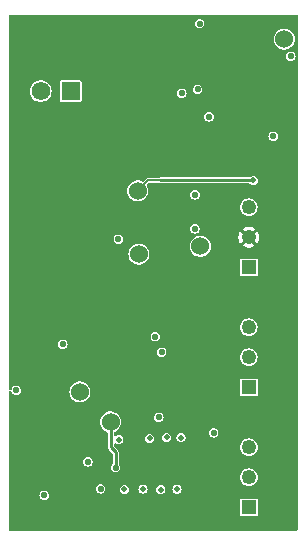
<source format=gbr>
%TF.GenerationSoftware,KiCad,Pcbnew,7.0.7*%
%TF.CreationDate,2023-10-04T23:23:26-04:00*%
%TF.ProjectId,AcousticsSingleChannel,41636f75-7374-4696-9373-53696e676c65,rev?*%
%TF.SameCoordinates,Original*%
%TF.FileFunction,Copper,L4,Bot*%
%TF.FilePolarity,Positive*%
%FSLAX46Y46*%
G04 Gerber Fmt 4.6, Leading zero omitted, Abs format (unit mm)*
G04 Created by KiCad (PCBNEW 7.0.7) date 2023-10-04 23:23:26*
%MOMM*%
%LPD*%
G01*
G04 APERTURE LIST*
%TA.AperFunction,ComponentPad*%
%ADD10C,1.524000*%
%TD*%
%TA.AperFunction,ComponentPad*%
%ADD11R,1.250000X1.250000*%
%TD*%
%TA.AperFunction,ComponentPad*%
%ADD12C,1.250000*%
%TD*%
%TA.AperFunction,ComponentPad*%
%ADD13R,1.570000X1.570000*%
%TD*%
%TA.AperFunction,ComponentPad*%
%ADD14C,1.570000*%
%TD*%
%TA.AperFunction,ViaPad*%
%ADD15C,0.550000*%
%TD*%
%TA.AperFunction,ViaPad*%
%ADD16C,0.762000*%
%TD*%
%TA.AperFunction,ViaPad*%
%ADD17C,0.508000*%
%TD*%
%TA.AperFunction,Conductor*%
%ADD18C,0.127000*%
%TD*%
%TA.AperFunction,Conductor*%
%ADD19C,0.254000*%
%TD*%
G04 APERTURE END LIST*
D10*
%TO.P,,7*%
%TO.N,/Band Pass Filter/F1_Out*%
X147104060Y-93902005D03*
%TD*%
D11*
%TO.P,J3,1,1*%
%TO.N,GND*%
X156497060Y-100379005D03*
D12*
%TO.P,J3,2,2*%
%TO.N,VCC*%
X156497060Y-97839005D03*
%TO.P,J3,3,3*%
%TO.N,AGND*%
X156497060Y-95299005D03*
%TD*%
D10*
%TO.P,,7*%
%TO.N,/BufferBiasAmp/BBA_OUT*%
X159495850Y-81065985D03*
%TD*%
%TO.P,,7*%
%TO.N,/Band Pass Filter/F2_Out*%
X147193130Y-99264135D03*
%TD*%
%TO.P,,7*%
%TO.N,/OutputAmplifier/Amp_Out*%
X142198850Y-110921425D03*
%TD*%
%TO.P,,7*%
%TO.N,/Band Pass Filter/BPF_OUT*%
X144809960Y-113461855D03*
%TD*%
D11*
%TO.P,J1,1,1*%
%TO.N,/OutputAmplifier/G0_out*%
X156497060Y-110539005D03*
D12*
%TO.P,J1,2,2*%
%TO.N,/OutputAmplifier/G1_out*%
X156497060Y-107999005D03*
%TO.P,J1,3,3*%
%TO.N,/OutputAmplifier/G2_out*%
X156497060Y-105459005D03*
%TD*%
D11*
%TO.P,J2,1,1*%
%TO.N,Net-(J2-Pad1)*%
X156502060Y-120699005D03*
D12*
%TO.P,J2,2,2*%
%TO.N,Net-(U4-CLK)*%
X156502060Y-118159005D03*
%TO.P,J2,3,3*%
%TO.N,Net-(U4-~{CS})*%
X156502060Y-115619005D03*
%TD*%
D13*
%TO.P,J8,1,1*%
%TO.N,GND*%
X141424670Y-85460765D03*
D14*
%TO.P,J8,2,2*%
%TO.N,/BufferBiasAmp/BBA_IN*%
X138884670Y-85460765D03*
%TD*%
D10*
%TO.P,,7*%
%TO.N,/Band Pass Filter/F3_Out*%
X152396430Y-98598235D03*
%TD*%
D15*
%TO.N,VCC*%
X138767240Y-105543095D03*
X160193940Y-90128805D03*
D16*
X141389060Y-117164605D03*
D15*
X154978060Y-106983005D03*
X151644030Y-87656185D03*
X147801310Y-107528845D03*
X152364830Y-117284755D03*
%TO.N,GND*%
X139167562Y-119683005D03*
X149122260Y-107552225D03*
X151944900Y-94238165D03*
X136817060Y-110793005D03*
X152163480Y-85307565D03*
X153525920Y-114393665D03*
X140754060Y-106881405D03*
X160046970Y-82498885D03*
X143949930Y-119125595D03*
D17*
%TO.N,AGND*%
X149557140Y-114758175D03*
D15*
X152335320Y-79738225D03*
X150826680Y-85621885D03*
D17*
X150764750Y-114783685D03*
X150418210Y-119157205D03*
D15*
X153133430Y-87638015D03*
X148585470Y-106241905D03*
D17*
X147541970Y-119149485D03*
X149051900Y-119185215D03*
D15*
X145455910Y-97988195D03*
X142865160Y-116835605D03*
D17*
X148116120Y-114840215D03*
X145497310Y-114958245D03*
X145951630Y-119158415D03*
D15*
X148882060Y-113079005D03*
X151931090Y-97107595D03*
X158568490Y-89270005D03*
D17*
%TO.N,/Band Pass Filter/F1_Out*%
X156883060Y-93013005D03*
D15*
%TO.N,/Band Pass Filter/BPF_OUT*%
X145217250Y-117332995D03*
%TD*%
D18*
%TO.N,/Band Pass Filter/F1_Out*%
X147993060Y-93013005D02*
X149009060Y-93013005D01*
D19*
X156883060Y-93013005D02*
X149009060Y-93013005D01*
D18*
X147104060Y-93902005D02*
X147993060Y-93013005D01*
D19*
%TO.N,/Band Pass Filter/BPF_OUT*%
X145217250Y-117332995D02*
X145217250Y-116016115D01*
X144809960Y-115608825D02*
X145217250Y-116016115D01*
X144809960Y-115608825D02*
X144809960Y-113461855D01*
%TD*%
%TA.AperFunction,Conductor*%
%TO.N,VCC*%
G36*
X160636099Y-79009190D02*
G01*
X160681854Y-79061994D01*
X160693060Y-79113505D01*
X160693060Y-82429604D01*
X160673375Y-82496643D01*
X160669182Y-82500275D01*
X160692037Y-82552272D01*
X160693060Y-82568165D01*
X160693060Y-122533505D01*
X160673375Y-122600544D01*
X160620571Y-122646299D01*
X160569060Y-122657505D01*
X136306060Y-122657505D01*
X136239021Y-122637820D01*
X136193266Y-122585016D01*
X136182060Y-122533505D01*
X136182060Y-121336563D01*
X155749560Y-121336563D01*
X155756958Y-121373754D01*
X155785137Y-121415927D01*
X155827310Y-121444106D01*
X155827312Y-121444107D01*
X155855265Y-121449667D01*
X155864501Y-121451505D01*
X155864502Y-121451505D01*
X157139619Y-121451505D01*
X157147017Y-121450033D01*
X157176808Y-121444107D01*
X157218982Y-121415927D01*
X157247162Y-121373753D01*
X157254560Y-121336563D01*
X157254560Y-120061447D01*
X157247162Y-120024257D01*
X157247161Y-120024255D01*
X157218982Y-119982082D01*
X157176809Y-119953903D01*
X157139619Y-119946505D01*
X157139618Y-119946505D01*
X155864502Y-119946505D01*
X155864501Y-119946505D01*
X155827310Y-119953903D01*
X155785137Y-119982082D01*
X155756958Y-120024255D01*
X155749560Y-120061446D01*
X155749560Y-121336563D01*
X136182060Y-121336563D01*
X136182060Y-119683008D01*
X138760045Y-119683008D01*
X138779988Y-119808931D01*
X138837875Y-119922539D01*
X138928027Y-120012691D01*
X138928029Y-120012692D01*
X138928030Y-120012693D01*
X139041632Y-120070577D01*
X139041633Y-120070577D01*
X139041635Y-120070578D01*
X139167559Y-120090522D01*
X139167562Y-120090522D01*
X139167565Y-120090522D01*
X139293488Y-120070578D01*
X139293489Y-120070577D01*
X139293492Y-120070577D01*
X139407094Y-120012693D01*
X139497250Y-119922537D01*
X139555134Y-119808935D01*
X139575079Y-119683005D01*
X139575079Y-119683001D01*
X139555135Y-119557078D01*
X139555134Y-119557076D01*
X139555134Y-119557075D01*
X139497250Y-119443473D01*
X139497249Y-119443472D01*
X139497248Y-119443470D01*
X139407096Y-119353318D01*
X139293488Y-119295431D01*
X139167565Y-119275488D01*
X139167559Y-119275488D01*
X139041635Y-119295431D01*
X138928027Y-119353318D01*
X138837875Y-119443470D01*
X138779988Y-119557078D01*
X138760045Y-119683001D01*
X138760045Y-119683008D01*
X136182060Y-119683008D01*
X136182060Y-119125598D01*
X143542413Y-119125598D01*
X143562356Y-119251521D01*
X143620243Y-119365129D01*
X143710395Y-119455281D01*
X143710397Y-119455282D01*
X143710398Y-119455283D01*
X143824000Y-119513167D01*
X143824001Y-119513167D01*
X143824003Y-119513168D01*
X143949927Y-119533112D01*
X143949930Y-119533112D01*
X143949933Y-119533112D01*
X144075856Y-119513168D01*
X144075857Y-119513167D01*
X144075860Y-119513167D01*
X144189462Y-119455283D01*
X144279618Y-119365127D01*
X144337502Y-119251525D01*
X144348004Y-119185217D01*
X144352249Y-119158417D01*
X145565375Y-119158417D01*
X145584278Y-119277771D01*
X145639141Y-119385448D01*
X145724596Y-119470903D01*
X145832273Y-119525766D01*
X145951628Y-119544670D01*
X145951630Y-119544670D01*
X145951632Y-119544670D01*
X146070986Y-119525766D01*
X146070987Y-119525765D01*
X146070989Y-119525765D01*
X146178665Y-119470902D01*
X146264117Y-119385450D01*
X146318980Y-119277774D01*
X146318980Y-119277772D01*
X146318981Y-119277771D01*
X146337885Y-119158417D01*
X146337885Y-119158412D01*
X146336471Y-119149487D01*
X147155715Y-119149487D01*
X147174618Y-119268841D01*
X147229481Y-119376518D01*
X147314936Y-119461973D01*
X147422613Y-119516836D01*
X147541968Y-119535740D01*
X147541970Y-119535740D01*
X147541972Y-119535740D01*
X147661326Y-119516836D01*
X147661327Y-119516835D01*
X147661329Y-119516835D01*
X147769005Y-119461972D01*
X147854457Y-119376520D01*
X147909320Y-119268844D01*
X147909320Y-119268842D01*
X147909321Y-119268841D01*
X147922566Y-119185217D01*
X148665645Y-119185217D01*
X148684548Y-119304571D01*
X148739411Y-119412248D01*
X148824866Y-119497703D01*
X148932543Y-119552566D01*
X149051898Y-119571470D01*
X149051900Y-119571470D01*
X149051902Y-119571470D01*
X149171256Y-119552566D01*
X149171257Y-119552565D01*
X149171259Y-119552565D01*
X149278935Y-119497702D01*
X149364387Y-119412250D01*
X149419250Y-119304574D01*
X149419250Y-119304572D01*
X149419251Y-119304571D01*
X149438155Y-119185217D01*
X149438155Y-119185212D01*
X149433719Y-119157207D01*
X150031955Y-119157207D01*
X150050858Y-119276561D01*
X150105721Y-119384238D01*
X150191176Y-119469693D01*
X150298853Y-119524556D01*
X150418208Y-119543460D01*
X150418210Y-119543460D01*
X150418212Y-119543460D01*
X150537566Y-119524556D01*
X150537567Y-119524555D01*
X150537569Y-119524555D01*
X150645245Y-119469692D01*
X150730697Y-119384240D01*
X150785560Y-119276564D01*
X150785560Y-119276562D01*
X150785561Y-119276561D01*
X150804465Y-119157207D01*
X150804465Y-119157202D01*
X150785561Y-119037848D01*
X150730698Y-118930171D01*
X150645243Y-118844716D01*
X150537566Y-118789853D01*
X150418212Y-118770950D01*
X150418208Y-118770950D01*
X150298853Y-118789853D01*
X150191176Y-118844716D01*
X150105721Y-118930171D01*
X150050858Y-119037848D01*
X150031955Y-119157202D01*
X150031955Y-119157207D01*
X149433719Y-119157207D01*
X149419251Y-119065858D01*
X149364388Y-118958181D01*
X149278933Y-118872726D01*
X149171256Y-118817863D01*
X149051902Y-118798960D01*
X149051898Y-118798960D01*
X148932543Y-118817863D01*
X148824866Y-118872726D01*
X148739411Y-118958181D01*
X148684548Y-119065858D01*
X148665645Y-119185212D01*
X148665645Y-119185217D01*
X147922566Y-119185217D01*
X147928225Y-119149487D01*
X147928225Y-119149482D01*
X147909321Y-119030128D01*
X147854458Y-118922451D01*
X147769003Y-118836996D01*
X147661326Y-118782133D01*
X147541972Y-118763230D01*
X147541968Y-118763230D01*
X147422613Y-118782133D01*
X147314936Y-118836996D01*
X147229481Y-118922451D01*
X147174618Y-119030128D01*
X147155715Y-119149482D01*
X147155715Y-119149487D01*
X146336471Y-119149487D01*
X146318981Y-119039058D01*
X146318364Y-119037848D01*
X146264117Y-118931380D01*
X146178665Y-118845928D01*
X146178665Y-118845927D01*
X146178663Y-118845926D01*
X146070986Y-118791063D01*
X145951632Y-118772160D01*
X145951628Y-118772160D01*
X145832273Y-118791063D01*
X145724596Y-118845926D01*
X145639141Y-118931381D01*
X145584278Y-119039058D01*
X145565375Y-119158412D01*
X145565375Y-119158417D01*
X144352249Y-119158417D01*
X144357447Y-119125598D01*
X144357447Y-119125591D01*
X144337503Y-118999668D01*
X144337502Y-118999666D01*
X144337502Y-118999665D01*
X144279618Y-118886063D01*
X144279617Y-118886062D01*
X144279616Y-118886060D01*
X144189464Y-118795908D01*
X144075856Y-118738021D01*
X143949933Y-118718078D01*
X143949927Y-118718078D01*
X143824003Y-118738021D01*
X143710395Y-118795908D01*
X143620243Y-118886060D01*
X143562356Y-118999668D01*
X143542413Y-119125591D01*
X143542413Y-119125598D01*
X136182060Y-119125598D01*
X136182060Y-118159008D01*
X155744798Y-118159008D01*
X155763782Y-118327508D01*
X155819790Y-118487568D01*
X155819791Y-118487569D01*
X155910009Y-118631150D01*
X156029915Y-118751056D01*
X156106154Y-118798960D01*
X156173493Y-118841272D01*
X156173496Y-118841274D01*
X156333556Y-118897282D01*
X156502056Y-118916267D01*
X156502060Y-118916267D01*
X156502064Y-118916267D01*
X156670563Y-118897282D01*
X156670565Y-118897281D01*
X156670567Y-118897281D01*
X156830624Y-118841274D01*
X156974205Y-118751056D01*
X157094111Y-118631150D01*
X157184329Y-118487569D01*
X157240336Y-118327512D01*
X157240336Y-118327510D01*
X157240337Y-118327508D01*
X157259322Y-118159008D01*
X157259322Y-118159001D01*
X157240337Y-117990501D01*
X157184329Y-117830441D01*
X157184327Y-117830438D01*
X157115291Y-117720568D01*
X157094111Y-117686860D01*
X156974205Y-117566954D01*
X156830624Y-117476736D01*
X156830625Y-117476736D01*
X156830623Y-117476735D01*
X156670563Y-117420727D01*
X156502064Y-117401743D01*
X156502056Y-117401743D01*
X156333556Y-117420727D01*
X156173496Y-117476735D01*
X156173493Y-117476737D01*
X156029914Y-117566954D01*
X155910009Y-117686859D01*
X155819792Y-117830438D01*
X155819790Y-117830441D01*
X155763782Y-117990501D01*
X155744798Y-118159001D01*
X155744798Y-118159008D01*
X136182060Y-118159008D01*
X136182060Y-116835608D01*
X142457643Y-116835608D01*
X142477586Y-116961531D01*
X142535473Y-117075139D01*
X142625625Y-117165291D01*
X142625627Y-117165292D01*
X142625628Y-117165293D01*
X142739230Y-117223177D01*
X142739231Y-117223177D01*
X142739233Y-117223178D01*
X142865157Y-117243122D01*
X142865160Y-117243122D01*
X142865163Y-117243122D01*
X142991086Y-117223178D01*
X142991087Y-117223177D01*
X142991090Y-117223177D01*
X143104692Y-117165293D01*
X143194848Y-117075137D01*
X143252732Y-116961535D01*
X143272677Y-116835605D01*
X143272677Y-116835601D01*
X143252733Y-116709678D01*
X143252732Y-116709676D01*
X143252732Y-116709675D01*
X143194848Y-116596073D01*
X143194847Y-116596072D01*
X143194846Y-116596070D01*
X143104694Y-116505918D01*
X142991086Y-116448031D01*
X142865163Y-116428088D01*
X142865157Y-116428088D01*
X142739233Y-116448031D01*
X142625625Y-116505918D01*
X142535473Y-116596070D01*
X142477586Y-116709678D01*
X142457643Y-116835601D01*
X142457643Y-116835608D01*
X136182060Y-116835608D01*
X136182060Y-113461855D01*
X143915560Y-113461855D01*
X143935105Y-113647813D01*
X143935106Y-113647815D01*
X143992885Y-113825641D01*
X144086373Y-113987568D01*
X144211490Y-114126524D01*
X144249490Y-114154133D01*
X144362760Y-114236428D01*
X144481898Y-114289471D01*
X144535133Y-114334721D01*
X144555454Y-114401570D01*
X144555460Y-114402750D01*
X144555460Y-115571543D01*
X144553078Y-115595731D01*
X144550474Y-115608824D01*
X144550474Y-115608827D01*
X144570225Y-115708125D01*
X144570225Y-115708126D01*
X144614716Y-115774711D01*
X144614725Y-115774723D01*
X144626473Y-115792306D01*
X144626476Y-115792309D01*
X144637569Y-115799721D01*
X144656359Y-115815142D01*
X144926431Y-116085214D01*
X144959916Y-116146537D01*
X144962750Y-116172895D01*
X144962750Y-116966911D01*
X144943065Y-117033950D01*
X144926433Y-117054590D01*
X144887562Y-117093461D01*
X144887562Y-117093462D01*
X144829677Y-117207065D01*
X144829676Y-117207068D01*
X144809733Y-117332991D01*
X144809733Y-117332998D01*
X144829676Y-117458921D01*
X144887563Y-117572529D01*
X144977715Y-117662681D01*
X144977717Y-117662682D01*
X144977718Y-117662683D01*
X145091320Y-117720567D01*
X145091321Y-117720567D01*
X145091323Y-117720568D01*
X145217247Y-117740512D01*
X145217250Y-117740512D01*
X145217253Y-117740512D01*
X145343176Y-117720568D01*
X145343177Y-117720567D01*
X145343180Y-117720567D01*
X145456782Y-117662683D01*
X145546938Y-117572527D01*
X145604822Y-117458925D01*
X145624767Y-117332995D01*
X145624767Y-117332991D01*
X145604823Y-117207068D01*
X145604822Y-117207066D01*
X145604822Y-117207065D01*
X145546938Y-117093463D01*
X145546937Y-117093462D01*
X145546936Y-117093460D01*
X145508069Y-117054593D01*
X145474584Y-116993270D01*
X145471750Y-116966912D01*
X145471750Y-116053392D01*
X145474133Y-116029199D01*
X145476736Y-116016114D01*
X145476736Y-116016113D01*
X145463101Y-115947569D01*
X145459366Y-115928789D01*
X145458764Y-115922681D01*
X145456984Y-115916812D01*
X145413037Y-115851041D01*
X145413019Y-115851016D01*
X145400735Y-115832633D01*
X145400734Y-115832631D01*
X145400732Y-115832630D01*
X145400731Y-115832628D01*
X145389639Y-115825217D01*
X145370849Y-115809796D01*
X145180062Y-115619008D01*
X155744798Y-115619008D01*
X155763782Y-115787508D01*
X155819790Y-115947568D01*
X155819791Y-115947569D01*
X155910009Y-116091150D01*
X156029915Y-116211056D01*
X156173493Y-116301272D01*
X156173496Y-116301274D01*
X156333556Y-116357282D01*
X156502056Y-116376267D01*
X156502060Y-116376267D01*
X156502064Y-116376267D01*
X156670563Y-116357282D01*
X156670565Y-116357281D01*
X156670567Y-116357281D01*
X156830624Y-116301274D01*
X156974205Y-116211056D01*
X157094111Y-116091150D01*
X157184329Y-115947569D01*
X157240336Y-115787512D01*
X157240336Y-115787510D01*
X157240337Y-115787508D01*
X157259322Y-115619008D01*
X157259322Y-115619001D01*
X157240337Y-115450501D01*
X157184329Y-115290441D01*
X157184327Y-115290438D01*
X157094111Y-115146860D01*
X156974205Y-115026954D01*
X156907767Y-114985208D01*
X156830626Y-114936737D01*
X156830623Y-114936735D01*
X156670563Y-114880727D01*
X156502064Y-114861743D01*
X156502056Y-114861743D01*
X156333556Y-114880727D01*
X156173496Y-114936735D01*
X156173493Y-114936737D01*
X156029914Y-115026954D01*
X155910009Y-115146859D01*
X155819792Y-115290438D01*
X155819790Y-115290441D01*
X155763782Y-115450501D01*
X155744798Y-115619001D01*
X155744798Y-115619008D01*
X145180062Y-115619008D01*
X145100779Y-115539725D01*
X145067294Y-115478402D01*
X145064460Y-115452044D01*
X145064460Y-115364278D01*
X145084145Y-115297239D01*
X145136949Y-115251484D01*
X145206107Y-115241540D01*
X145261160Y-115266682D01*
X145262384Y-115264999D01*
X145270275Y-115270732D01*
X145377953Y-115325596D01*
X145497308Y-115344500D01*
X145497310Y-115344500D01*
X145497312Y-115344500D01*
X145616666Y-115325596D01*
X145616667Y-115325595D01*
X145616669Y-115325595D01*
X145724345Y-115270732D01*
X145809797Y-115185280D01*
X145864660Y-115077604D01*
X145864660Y-115077602D01*
X145864661Y-115077601D01*
X145883565Y-114958247D01*
X145883565Y-114958242D01*
X145864871Y-114840217D01*
X147729865Y-114840217D01*
X147748768Y-114959571D01*
X147803631Y-115067248D01*
X147889086Y-115152703D01*
X147996763Y-115207566D01*
X148116118Y-115226470D01*
X148116120Y-115226470D01*
X148116122Y-115226470D01*
X148235476Y-115207566D01*
X148235477Y-115207565D01*
X148235479Y-115207565D01*
X148343155Y-115152702D01*
X148428607Y-115067250D01*
X148483470Y-114959574D01*
X148483470Y-114959572D01*
X148483471Y-114959571D01*
X148502375Y-114840217D01*
X148502375Y-114840212D01*
X148489382Y-114758177D01*
X149170885Y-114758177D01*
X149189788Y-114877531D01*
X149244651Y-114985208D01*
X149330106Y-115070663D01*
X149437783Y-115125526D01*
X149557138Y-115144430D01*
X149557140Y-115144430D01*
X149557142Y-115144430D01*
X149676496Y-115125526D01*
X149676497Y-115125525D01*
X149676499Y-115125525D01*
X149784175Y-115070662D01*
X149869627Y-114985210D01*
X149924490Y-114877534D01*
X149924490Y-114877532D01*
X149924491Y-114877531D01*
X149939355Y-114783687D01*
X150378495Y-114783687D01*
X150397398Y-114903041D01*
X150452261Y-115010718D01*
X150537716Y-115096173D01*
X150645393Y-115151036D01*
X150764748Y-115169940D01*
X150764750Y-115169940D01*
X150764752Y-115169940D01*
X150884106Y-115151036D01*
X150884107Y-115151035D01*
X150884109Y-115151035D01*
X150991785Y-115096172D01*
X151077237Y-115010720D01*
X151132100Y-114903044D01*
X151132100Y-114903042D01*
X151132101Y-114903041D01*
X151151005Y-114783687D01*
X151151005Y-114783682D01*
X151132101Y-114664328D01*
X151077238Y-114556651D01*
X150991783Y-114471196D01*
X150884106Y-114416333D01*
X150764752Y-114397430D01*
X150764748Y-114397430D01*
X150645393Y-114416333D01*
X150537716Y-114471196D01*
X150452261Y-114556651D01*
X150397398Y-114664328D01*
X150378495Y-114783682D01*
X150378495Y-114783687D01*
X149939355Y-114783687D01*
X149943395Y-114758177D01*
X149943395Y-114758172D01*
X149924491Y-114638818D01*
X149869628Y-114531141D01*
X149784173Y-114445686D01*
X149682080Y-114393668D01*
X153118403Y-114393668D01*
X153138346Y-114519591D01*
X153196233Y-114633199D01*
X153286385Y-114723351D01*
X153286387Y-114723352D01*
X153286388Y-114723353D01*
X153399990Y-114781237D01*
X153399991Y-114781237D01*
X153399993Y-114781238D01*
X153525917Y-114801182D01*
X153525920Y-114801182D01*
X153525923Y-114801182D01*
X153651846Y-114781238D01*
X153651847Y-114781237D01*
X153651850Y-114781237D01*
X153765452Y-114723353D01*
X153855608Y-114633197D01*
X153913492Y-114519595D01*
X153913493Y-114519591D01*
X153933437Y-114393668D01*
X153933437Y-114393661D01*
X153913493Y-114267738D01*
X153913492Y-114267736D01*
X153913492Y-114267735D01*
X153855608Y-114154133D01*
X153855607Y-114154132D01*
X153855606Y-114154130D01*
X153765454Y-114063978D01*
X153651846Y-114006091D01*
X153525923Y-113986148D01*
X153525917Y-113986148D01*
X153399993Y-114006091D01*
X153286385Y-114063978D01*
X153196233Y-114154130D01*
X153138346Y-114267738D01*
X153118403Y-114393661D01*
X153118403Y-114393668D01*
X149682080Y-114393668D01*
X149676496Y-114390823D01*
X149557142Y-114371920D01*
X149557138Y-114371920D01*
X149437783Y-114390823D01*
X149330106Y-114445686D01*
X149244651Y-114531141D01*
X149189788Y-114638818D01*
X149170885Y-114758172D01*
X149170885Y-114758177D01*
X148489382Y-114758177D01*
X148483471Y-114720858D01*
X148428608Y-114613181D01*
X148343153Y-114527726D01*
X148235476Y-114472863D01*
X148116122Y-114453960D01*
X148116118Y-114453960D01*
X147996763Y-114472863D01*
X147889086Y-114527726D01*
X147803631Y-114613181D01*
X147748768Y-114720858D01*
X147729865Y-114840212D01*
X147729865Y-114840217D01*
X145864871Y-114840217D01*
X145864661Y-114838888D01*
X145809798Y-114731211D01*
X145724343Y-114645756D01*
X145616666Y-114590893D01*
X145497312Y-114571990D01*
X145497308Y-114571990D01*
X145377953Y-114590893D01*
X145270275Y-114645757D01*
X145262384Y-114651491D01*
X145260257Y-114648564D01*
X145214818Y-114673377D01*
X145145126Y-114668393D01*
X145089193Y-114626521D01*
X145064776Y-114561057D01*
X145064460Y-114552211D01*
X145064460Y-114402750D01*
X145084145Y-114335711D01*
X145136949Y-114289956D01*
X145137885Y-114289532D01*
X145257160Y-114236428D01*
X145408430Y-114126524D01*
X145533545Y-113987570D01*
X145627035Y-113825640D01*
X145684815Y-113647811D01*
X145704360Y-113461855D01*
X145684815Y-113275899D01*
X145627035Y-113098070D01*
X145616030Y-113079008D01*
X148474543Y-113079008D01*
X148494486Y-113204931D01*
X148552373Y-113318539D01*
X148642525Y-113408691D01*
X148642527Y-113408692D01*
X148642528Y-113408693D01*
X148756130Y-113466577D01*
X148756131Y-113466577D01*
X148756133Y-113466578D01*
X148882057Y-113486522D01*
X148882060Y-113486522D01*
X148882063Y-113486522D01*
X149007986Y-113466578D01*
X149007987Y-113466577D01*
X149007990Y-113466577D01*
X149121592Y-113408693D01*
X149211748Y-113318537D01*
X149269632Y-113204935D01*
X149269633Y-113204931D01*
X149289577Y-113079008D01*
X149289577Y-113079001D01*
X149269633Y-112953078D01*
X149269632Y-112953076D01*
X149269632Y-112953075D01*
X149211748Y-112839473D01*
X149211747Y-112839472D01*
X149211746Y-112839470D01*
X149121594Y-112749318D01*
X149007986Y-112691431D01*
X148882063Y-112671488D01*
X148882057Y-112671488D01*
X148756133Y-112691431D01*
X148642525Y-112749318D01*
X148552373Y-112839470D01*
X148494486Y-112953078D01*
X148474543Y-113079001D01*
X148474543Y-113079008D01*
X145616030Y-113079008D01*
X145616026Y-113079001D01*
X145533546Y-112936141D01*
X145408429Y-112797185D01*
X145257164Y-112687284D01*
X145257161Y-112687282D01*
X145257160Y-112687282D01*
X145211658Y-112667023D01*
X145086350Y-112611231D01*
X145086344Y-112611229D01*
X144942324Y-112580617D01*
X144903450Y-112572355D01*
X144716470Y-112572355D01*
X144684410Y-112579169D01*
X144533575Y-112611229D01*
X144533569Y-112611231D01*
X144362760Y-112687282D01*
X144362755Y-112687284D01*
X144211490Y-112797185D01*
X144086373Y-112936141D01*
X143992885Y-113098068D01*
X143935106Y-113275894D01*
X143935105Y-113275896D01*
X143915560Y-113461855D01*
X136182060Y-113461855D01*
X136182060Y-110932307D01*
X136201745Y-110865268D01*
X136254549Y-110819513D01*
X136323707Y-110809569D01*
X136387263Y-110838594D01*
X136425037Y-110897372D01*
X136428533Y-110912910D01*
X136429486Y-110918931D01*
X136429487Y-110918934D01*
X136429488Y-110918935D01*
X136468077Y-110994669D01*
X136487373Y-111032539D01*
X136577525Y-111122691D01*
X136577527Y-111122692D01*
X136577528Y-111122693D01*
X136691130Y-111180577D01*
X136691131Y-111180577D01*
X136691133Y-111180578D01*
X136817057Y-111200522D01*
X136817060Y-111200522D01*
X136817063Y-111200522D01*
X136942986Y-111180578D01*
X136942987Y-111180577D01*
X136942990Y-111180577D01*
X137056592Y-111122693D01*
X137146748Y-111032537D01*
X137203363Y-110921425D01*
X141304450Y-110921425D01*
X141323995Y-111107383D01*
X141323996Y-111107385D01*
X141381775Y-111285211D01*
X141475263Y-111447138D01*
X141600380Y-111586094D01*
X141751645Y-111695995D01*
X141751646Y-111695995D01*
X141751650Y-111695998D01*
X141853846Y-111741498D01*
X141922459Y-111772048D01*
X141922465Y-111772050D01*
X142105360Y-111810925D01*
X142105361Y-111810925D01*
X142292339Y-111810925D01*
X142292340Y-111810925D01*
X142475235Y-111772050D01*
X142475237Y-111772048D01*
X142475240Y-111772048D01*
X142498351Y-111761757D01*
X142646050Y-111695998D01*
X142797320Y-111586094D01*
X142922435Y-111447140D01*
X143015925Y-111285210D01*
X143051226Y-111176563D01*
X155744560Y-111176563D01*
X155751958Y-111213754D01*
X155780137Y-111255927D01*
X155822310Y-111284106D01*
X155822312Y-111284107D01*
X155850265Y-111289667D01*
X155859501Y-111291505D01*
X155859502Y-111291505D01*
X157134619Y-111291505D01*
X157142017Y-111290033D01*
X157171808Y-111284107D01*
X157213982Y-111255927D01*
X157242162Y-111213753D01*
X157249560Y-111176563D01*
X157249560Y-109901447D01*
X157242162Y-109864257D01*
X157242161Y-109864255D01*
X157213982Y-109822082D01*
X157171809Y-109793903D01*
X157134619Y-109786505D01*
X157134618Y-109786505D01*
X155859502Y-109786505D01*
X155859501Y-109786505D01*
X155822310Y-109793903D01*
X155780137Y-109822082D01*
X155751958Y-109864255D01*
X155744560Y-109901446D01*
X155744560Y-111176563D01*
X143051226Y-111176563D01*
X143073705Y-111107381D01*
X143093250Y-110921425D01*
X143073705Y-110735469D01*
X143015925Y-110557640D01*
X143013519Y-110553473D01*
X142922436Y-110395711D01*
X142797319Y-110256755D01*
X142646054Y-110146854D01*
X142646051Y-110146852D01*
X142646050Y-110146852D01*
X142600548Y-110126593D01*
X142475240Y-110070801D01*
X142475234Y-110070799D01*
X142331214Y-110040187D01*
X142292340Y-110031925D01*
X142105360Y-110031925D01*
X142073300Y-110038739D01*
X141922465Y-110070799D01*
X141922459Y-110070801D01*
X141751650Y-110146852D01*
X141751645Y-110146854D01*
X141600380Y-110256755D01*
X141475263Y-110395711D01*
X141381775Y-110557638D01*
X141323996Y-110735464D01*
X141323995Y-110735466D01*
X141304450Y-110921425D01*
X137203363Y-110921425D01*
X137204632Y-110918935D01*
X137204633Y-110918931D01*
X137224577Y-110793008D01*
X137224577Y-110793001D01*
X137204633Y-110667078D01*
X137204632Y-110667076D01*
X137204632Y-110667075D01*
X137146748Y-110553473D01*
X137146747Y-110553472D01*
X137146746Y-110553470D01*
X137056594Y-110463318D01*
X136942986Y-110405431D01*
X136817063Y-110385488D01*
X136817057Y-110385488D01*
X136691133Y-110405431D01*
X136577525Y-110463318D01*
X136487373Y-110553470D01*
X136429486Y-110667078D01*
X136428533Y-110673100D01*
X136398604Y-110736235D01*
X136339292Y-110773166D01*
X136269429Y-110772168D01*
X136211197Y-110733558D01*
X136183083Y-110669594D01*
X136182060Y-110653702D01*
X136182060Y-107999008D01*
X155739798Y-107999008D01*
X155758782Y-108167508D01*
X155814790Y-108327568D01*
X155814791Y-108327569D01*
X155905009Y-108471150D01*
X156024915Y-108591056D01*
X156168493Y-108681272D01*
X156168496Y-108681274D01*
X156328556Y-108737282D01*
X156497056Y-108756267D01*
X156497060Y-108756267D01*
X156497064Y-108756267D01*
X156665563Y-108737282D01*
X156665565Y-108737281D01*
X156665567Y-108737281D01*
X156825624Y-108681274D01*
X156969205Y-108591056D01*
X157089111Y-108471150D01*
X157179329Y-108327569D01*
X157235336Y-108167512D01*
X157235336Y-108167510D01*
X157235337Y-108167508D01*
X157254322Y-107999008D01*
X157254322Y-107999001D01*
X157235337Y-107830501D01*
X157179329Y-107670441D01*
X157179327Y-107670438D01*
X157089111Y-107526860D01*
X156969205Y-107406954D01*
X156825624Y-107316736D01*
X156825625Y-107316736D01*
X156825623Y-107316735D01*
X156665563Y-107260727D01*
X156497064Y-107241743D01*
X156497056Y-107241743D01*
X156328556Y-107260727D01*
X156168496Y-107316735D01*
X156168493Y-107316737D01*
X156024914Y-107406954D01*
X155905009Y-107526859D01*
X155814792Y-107670438D01*
X155814790Y-107670441D01*
X155758782Y-107830501D01*
X155739798Y-107999001D01*
X155739798Y-107999008D01*
X136182060Y-107999008D01*
X136182060Y-107552228D01*
X148714743Y-107552228D01*
X148734686Y-107678151D01*
X148792573Y-107791759D01*
X148882725Y-107881911D01*
X148882727Y-107881912D01*
X148882728Y-107881913D01*
X148996330Y-107939797D01*
X148996331Y-107939797D01*
X148996333Y-107939798D01*
X149122257Y-107959742D01*
X149122260Y-107959742D01*
X149122263Y-107959742D01*
X149248186Y-107939798D01*
X149248187Y-107939797D01*
X149248190Y-107939797D01*
X149361792Y-107881913D01*
X149451948Y-107791757D01*
X149509832Y-107678155D01*
X149511054Y-107670441D01*
X149529777Y-107552228D01*
X149529777Y-107552221D01*
X149509833Y-107426298D01*
X149509832Y-107426296D01*
X149509832Y-107426295D01*
X149451948Y-107312693D01*
X149451947Y-107312692D01*
X149451946Y-107312690D01*
X149361794Y-107222538D01*
X149248186Y-107164651D01*
X149122263Y-107144708D01*
X149122257Y-107144708D01*
X148996333Y-107164651D01*
X148882725Y-107222538D01*
X148792573Y-107312690D01*
X148734686Y-107426298D01*
X148714743Y-107552221D01*
X148714743Y-107552228D01*
X136182060Y-107552228D01*
X136182060Y-106881408D01*
X140346543Y-106881408D01*
X140366486Y-107007331D01*
X140424373Y-107120939D01*
X140514525Y-107211091D01*
X140514527Y-107211092D01*
X140514528Y-107211093D01*
X140628130Y-107268977D01*
X140628131Y-107268977D01*
X140628133Y-107268978D01*
X140754057Y-107288922D01*
X140754060Y-107288922D01*
X140754063Y-107288922D01*
X140879986Y-107268978D01*
X140879987Y-107268977D01*
X140879990Y-107268977D01*
X140993592Y-107211093D01*
X141083748Y-107120937D01*
X141141632Y-107007335D01*
X141161577Y-106881405D01*
X141161577Y-106881401D01*
X141141633Y-106755478D01*
X141141632Y-106755476D01*
X141141632Y-106755475D01*
X141083748Y-106641873D01*
X141083747Y-106641872D01*
X141083746Y-106641870D01*
X140993594Y-106551718D01*
X140879986Y-106493831D01*
X140754063Y-106473888D01*
X140754057Y-106473888D01*
X140628133Y-106493831D01*
X140514525Y-106551718D01*
X140424373Y-106641870D01*
X140366486Y-106755478D01*
X140346543Y-106881401D01*
X140346543Y-106881408D01*
X136182060Y-106881408D01*
X136182060Y-106241908D01*
X148177953Y-106241908D01*
X148197896Y-106367831D01*
X148255783Y-106481439D01*
X148345935Y-106571591D01*
X148345937Y-106571592D01*
X148345938Y-106571593D01*
X148459540Y-106629477D01*
X148459541Y-106629477D01*
X148459543Y-106629478D01*
X148585467Y-106649422D01*
X148585470Y-106649422D01*
X148585473Y-106649422D01*
X148711396Y-106629478D01*
X148711397Y-106629477D01*
X148711400Y-106629477D01*
X148825002Y-106571593D01*
X148915158Y-106481437D01*
X148973042Y-106367835D01*
X148992987Y-106241905D01*
X148992987Y-106241901D01*
X148973043Y-106115978D01*
X148973042Y-106115976D01*
X148973042Y-106115975D01*
X148915158Y-106002373D01*
X148915157Y-106002372D01*
X148915156Y-106002370D01*
X148825004Y-105912218D01*
X148711396Y-105854331D01*
X148585473Y-105834388D01*
X148585467Y-105834388D01*
X148459543Y-105854331D01*
X148345935Y-105912218D01*
X148255783Y-106002370D01*
X148197896Y-106115978D01*
X148177953Y-106241901D01*
X148177953Y-106241908D01*
X136182060Y-106241908D01*
X136182060Y-105459008D01*
X155739798Y-105459008D01*
X155758782Y-105627508D01*
X155814790Y-105787568D01*
X155814791Y-105787569D01*
X155905009Y-105931150D01*
X156024915Y-106051056D01*
X156128233Y-106115975D01*
X156168493Y-106141272D01*
X156168496Y-106141274D01*
X156328556Y-106197282D01*
X156497056Y-106216267D01*
X156497060Y-106216267D01*
X156497064Y-106216267D01*
X156665563Y-106197282D01*
X156665565Y-106197281D01*
X156665567Y-106197281D01*
X156825624Y-106141274D01*
X156969205Y-106051056D01*
X157089111Y-105931150D01*
X157179329Y-105787569D01*
X157235336Y-105627512D01*
X157235336Y-105627510D01*
X157235337Y-105627508D01*
X157254322Y-105459008D01*
X157254322Y-105459001D01*
X157235337Y-105290501D01*
X157179329Y-105130441D01*
X157179327Y-105130438D01*
X157089110Y-104986859D01*
X156969205Y-104866954D01*
X156825626Y-104776737D01*
X156825623Y-104776735D01*
X156665563Y-104720727D01*
X156497064Y-104701743D01*
X156497056Y-104701743D01*
X156328556Y-104720727D01*
X156168496Y-104776735D01*
X156168493Y-104776737D01*
X156024914Y-104866954D01*
X155905009Y-104986859D01*
X155814792Y-105130438D01*
X155814790Y-105130441D01*
X155758782Y-105290501D01*
X155739798Y-105459001D01*
X155739798Y-105459008D01*
X136182060Y-105459008D01*
X136182060Y-101016563D01*
X155744560Y-101016563D01*
X155751958Y-101053754D01*
X155780137Y-101095927D01*
X155822310Y-101124106D01*
X155822312Y-101124107D01*
X155850265Y-101129667D01*
X155859501Y-101131505D01*
X155859502Y-101131505D01*
X157134619Y-101131505D01*
X157142017Y-101130033D01*
X157171808Y-101124107D01*
X157213982Y-101095927D01*
X157242162Y-101053753D01*
X157249560Y-101016563D01*
X157249560Y-99741447D01*
X157242162Y-99704257D01*
X157242161Y-99704255D01*
X157213982Y-99662082D01*
X157171809Y-99633903D01*
X157134619Y-99626505D01*
X157134618Y-99626505D01*
X155859502Y-99626505D01*
X155859501Y-99626505D01*
X155822310Y-99633903D01*
X155780137Y-99662082D01*
X155751958Y-99704255D01*
X155744560Y-99741446D01*
X155744560Y-101016563D01*
X136182060Y-101016563D01*
X136182060Y-99264134D01*
X146298730Y-99264134D01*
X146318275Y-99450093D01*
X146318276Y-99450095D01*
X146376055Y-99627921D01*
X146469543Y-99789848D01*
X146594660Y-99928804D01*
X146745925Y-100038705D01*
X146745926Y-100038705D01*
X146745930Y-100038708D01*
X146848126Y-100084208D01*
X146916739Y-100114758D01*
X146916745Y-100114760D01*
X147099640Y-100153635D01*
X147099641Y-100153635D01*
X147286619Y-100153635D01*
X147286620Y-100153635D01*
X147469515Y-100114760D01*
X147469517Y-100114758D01*
X147469520Y-100114758D01*
X147492631Y-100104467D01*
X147640330Y-100038708D01*
X147791600Y-99928804D01*
X147916715Y-99789850D01*
X148010205Y-99627920D01*
X148067985Y-99450091D01*
X148087530Y-99264135D01*
X148067985Y-99078179D01*
X148010205Y-98900350D01*
X147916715Y-98738420D01*
X147791600Y-98599466D01*
X147789906Y-98598235D01*
X151502030Y-98598235D01*
X151502682Y-98604434D01*
X151521575Y-98784193D01*
X151521576Y-98784195D01*
X151579355Y-98962021D01*
X151672843Y-99123948D01*
X151797960Y-99262904D01*
X151949225Y-99372805D01*
X151949226Y-99372805D01*
X151949230Y-99372808D01*
X152051426Y-99418308D01*
X152120039Y-99448858D01*
X152120045Y-99448860D01*
X152302940Y-99487735D01*
X152302941Y-99487735D01*
X152489919Y-99487735D01*
X152489920Y-99487735D01*
X152672815Y-99448860D01*
X152672817Y-99448858D01*
X152672820Y-99448858D01*
X152695931Y-99438567D01*
X152843630Y-99372808D01*
X152994900Y-99262904D01*
X153120015Y-99123950D01*
X153213505Y-98962020D01*
X153271285Y-98784191D01*
X153290830Y-98598235D01*
X153271285Y-98412279D01*
X153213505Y-98234450D01*
X153209625Y-98227729D01*
X153120016Y-98072521D01*
X152994899Y-97933565D01*
X152864748Y-97839004D01*
X155613218Y-97839004D01*
X155632533Y-98022769D01*
X155689627Y-98198490D01*
X155689630Y-98198496D01*
X155782016Y-98358513D01*
X155789563Y-98366894D01*
X155789565Y-98366894D01*
X155999049Y-98157410D01*
X156060372Y-98123925D01*
X156130063Y-98128909D01*
X156183684Y-98167787D01*
X156187282Y-98172300D01*
X156187450Y-98172510D01*
X156213851Y-98237200D01*
X156201087Y-98305894D01*
X156178175Y-98337493D01*
X155971790Y-98543877D01*
X155971790Y-98543879D01*
X156055137Y-98604434D01*
X156055138Y-98604435D01*
X156223939Y-98679589D01*
X156404674Y-98718005D01*
X156589446Y-98718005D01*
X156770180Y-98679589D01*
X156938982Y-98604433D01*
X157022328Y-98543878D01*
X157022329Y-98543878D01*
X156813341Y-98334891D01*
X156779856Y-98273568D01*
X156784840Y-98203877D01*
X156816686Y-98156307D01*
X156821088Y-98152223D01*
X156883622Y-98121058D01*
X156953078Y-98128648D01*
X156993105Y-98155445D01*
X157204554Y-98366894D01*
X157204555Y-98366894D01*
X157212100Y-98358516D01*
X157212104Y-98358511D01*
X157304489Y-98198496D01*
X157304492Y-98198490D01*
X157361586Y-98022769D01*
X157380901Y-97839004D01*
X157361586Y-97655240D01*
X157304492Y-97479519D01*
X157304489Y-97479513D01*
X157212104Y-97319498D01*
X157204554Y-97311113D01*
X156995070Y-97520598D01*
X156933747Y-97554083D01*
X156864055Y-97549099D01*
X156810443Y-97510231D01*
X156806678Y-97505510D01*
X156780269Y-97440824D01*
X156793024Y-97372129D01*
X156815943Y-97340515D01*
X157022328Y-97134130D01*
X156938976Y-97073572D01*
X156770180Y-96998420D01*
X156589446Y-96960005D01*
X156404674Y-96960005D01*
X156223939Y-96998420D01*
X156223938Y-96998420D01*
X156055141Y-97073573D01*
X155971790Y-97134129D01*
X155971790Y-97134130D01*
X156180778Y-97343118D01*
X156214263Y-97404441D01*
X156209279Y-97474133D01*
X156177433Y-97521702D01*
X156173031Y-97525786D01*
X156110497Y-97556951D01*
X156041041Y-97549361D01*
X156001014Y-97522564D01*
X155789564Y-97311114D01*
X155789563Y-97311114D01*
X155782018Y-97319494D01*
X155782014Y-97319499D01*
X155689630Y-97479513D01*
X155689627Y-97479519D01*
X155632533Y-97655240D01*
X155613218Y-97839004D01*
X152864748Y-97839004D01*
X152843634Y-97823664D01*
X152843631Y-97823662D01*
X152843630Y-97823662D01*
X152798128Y-97803403D01*
X152672820Y-97747611D01*
X152672814Y-97747609D01*
X152528794Y-97716997D01*
X152489920Y-97708735D01*
X152302940Y-97708735D01*
X152270880Y-97715549D01*
X152120045Y-97747609D01*
X152120039Y-97747611D01*
X151949230Y-97823662D01*
X151949225Y-97823664D01*
X151797960Y-97933565D01*
X151672843Y-98072521D01*
X151579355Y-98234448D01*
X151521576Y-98412274D01*
X151521575Y-98412276D01*
X151513452Y-98489562D01*
X151502030Y-98598235D01*
X147789906Y-98598235D01*
X147640334Y-98489564D01*
X147640331Y-98489562D01*
X147640330Y-98489562D01*
X147594828Y-98469303D01*
X147469520Y-98413511D01*
X147469514Y-98413509D01*
X147291950Y-98375768D01*
X147286620Y-98374635D01*
X147099640Y-98374635D01*
X147094310Y-98375768D01*
X146916745Y-98413509D01*
X146916739Y-98413511D01*
X146745930Y-98489562D01*
X146745925Y-98489564D01*
X146594660Y-98599465D01*
X146469543Y-98738421D01*
X146376055Y-98900348D01*
X146318276Y-99078174D01*
X146318275Y-99078176D01*
X146298730Y-99264134D01*
X136182060Y-99264134D01*
X136182060Y-97988198D01*
X145048393Y-97988198D01*
X145068336Y-98114121D01*
X145126223Y-98227729D01*
X145216375Y-98317881D01*
X145216377Y-98317882D01*
X145216378Y-98317883D01*
X145329980Y-98375767D01*
X145329981Y-98375767D01*
X145329983Y-98375768D01*
X145455907Y-98395712D01*
X145455910Y-98395712D01*
X145455913Y-98395712D01*
X145581836Y-98375768D01*
X145581837Y-98375767D01*
X145581840Y-98375767D01*
X145695442Y-98317883D01*
X145785598Y-98227727D01*
X145843482Y-98114125D01*
X145843483Y-98114121D01*
X145863427Y-97988198D01*
X145863427Y-97988191D01*
X145843483Y-97862268D01*
X145843482Y-97862266D01*
X145843482Y-97862265D01*
X145785598Y-97748663D01*
X145785597Y-97748662D01*
X145785596Y-97748660D01*
X145695444Y-97658508D01*
X145581836Y-97600621D01*
X145455913Y-97580678D01*
X145455907Y-97580678D01*
X145329983Y-97600621D01*
X145216375Y-97658508D01*
X145126223Y-97748660D01*
X145068336Y-97862268D01*
X145048393Y-97988191D01*
X145048393Y-97988198D01*
X136182060Y-97988198D01*
X136182060Y-97107598D01*
X151523573Y-97107598D01*
X151543516Y-97233521D01*
X151601403Y-97347129D01*
X151691555Y-97437281D01*
X151691557Y-97437282D01*
X151691558Y-97437283D01*
X151805160Y-97495167D01*
X151805161Y-97495167D01*
X151805163Y-97495168D01*
X151931087Y-97515112D01*
X151931090Y-97515112D01*
X151931093Y-97515112D01*
X152057016Y-97495168D01*
X152057017Y-97495167D01*
X152057020Y-97495167D01*
X152170622Y-97437283D01*
X152260778Y-97347127D01*
X152318662Y-97233525D01*
X152318663Y-97233521D01*
X152338607Y-97107598D01*
X152338607Y-97107591D01*
X152318663Y-96981668D01*
X152318662Y-96981666D01*
X152318662Y-96981665D01*
X152260778Y-96868063D01*
X152260777Y-96868062D01*
X152260776Y-96868060D01*
X152170624Y-96777908D01*
X152057016Y-96720021D01*
X151931093Y-96700078D01*
X151931087Y-96700078D01*
X151805163Y-96720021D01*
X151691555Y-96777908D01*
X151601403Y-96868060D01*
X151543516Y-96981668D01*
X151523573Y-97107591D01*
X151523573Y-97107598D01*
X136182060Y-97107598D01*
X136182060Y-95299008D01*
X155739798Y-95299008D01*
X155758782Y-95467508D01*
X155814790Y-95627568D01*
X155814791Y-95627569D01*
X155905009Y-95771150D01*
X156024915Y-95891056D01*
X156168493Y-95981272D01*
X156168496Y-95981274D01*
X156328556Y-96037282D01*
X156497056Y-96056267D01*
X156497060Y-96056267D01*
X156497064Y-96056267D01*
X156665563Y-96037282D01*
X156665565Y-96037281D01*
X156665567Y-96037281D01*
X156825624Y-95981274D01*
X156969205Y-95891056D01*
X157089111Y-95771150D01*
X157179329Y-95627569D01*
X157235336Y-95467512D01*
X157235336Y-95467510D01*
X157235337Y-95467508D01*
X157254322Y-95299008D01*
X157254322Y-95299001D01*
X157235337Y-95130501D01*
X157179329Y-94970441D01*
X157179327Y-94970438D01*
X157089110Y-94826859D01*
X156969205Y-94706954D01*
X156825626Y-94616737D01*
X156825623Y-94616735D01*
X156665563Y-94560727D01*
X156497064Y-94541743D01*
X156497056Y-94541743D01*
X156328556Y-94560727D01*
X156168496Y-94616735D01*
X156168493Y-94616737D01*
X156024914Y-94706954D01*
X155905009Y-94826859D01*
X155814792Y-94970438D01*
X155814790Y-94970441D01*
X155758782Y-95130501D01*
X155739798Y-95299001D01*
X155739798Y-95299008D01*
X136182060Y-95299008D01*
X136182060Y-93902004D01*
X146209660Y-93902004D01*
X146229205Y-94087963D01*
X146229206Y-94087965D01*
X146286985Y-94265791D01*
X146380473Y-94427718D01*
X146505590Y-94566674D01*
X146656855Y-94676575D01*
X146656856Y-94676575D01*
X146656860Y-94676578D01*
X146759056Y-94722078D01*
X146827669Y-94752628D01*
X146827675Y-94752630D01*
X147010570Y-94791505D01*
X147010571Y-94791505D01*
X147197549Y-94791505D01*
X147197550Y-94791505D01*
X147380445Y-94752630D01*
X147380447Y-94752628D01*
X147380450Y-94752628D01*
X147403561Y-94742337D01*
X147551260Y-94676578D01*
X147702530Y-94566674D01*
X147827645Y-94427720D01*
X147921135Y-94265790D01*
X147930110Y-94238168D01*
X151537383Y-94238168D01*
X151557326Y-94364091D01*
X151615213Y-94477699D01*
X151705365Y-94567851D01*
X151705367Y-94567852D01*
X151705368Y-94567853D01*
X151818970Y-94625737D01*
X151818971Y-94625737D01*
X151818973Y-94625738D01*
X151944897Y-94645682D01*
X151944900Y-94645682D01*
X151944903Y-94645682D01*
X152070826Y-94625738D01*
X152070827Y-94625737D01*
X152070830Y-94625737D01*
X152184432Y-94567853D01*
X152274588Y-94477697D01*
X152332472Y-94364095D01*
X152352417Y-94238165D01*
X152352417Y-94238161D01*
X152332473Y-94112238D01*
X152332472Y-94112236D01*
X152332472Y-94112235D01*
X152274588Y-93998633D01*
X152274587Y-93998632D01*
X152274586Y-93998630D01*
X152184434Y-93908478D01*
X152070826Y-93850591D01*
X151944903Y-93830648D01*
X151944897Y-93830648D01*
X151818973Y-93850591D01*
X151705365Y-93908478D01*
X151615213Y-93998630D01*
X151557326Y-94112238D01*
X151537383Y-94238161D01*
X151537383Y-94238168D01*
X147930110Y-94238168D01*
X147978915Y-94087961D01*
X147998460Y-93902005D01*
X147978915Y-93716049D01*
X147921135Y-93538220D01*
X147901661Y-93504491D01*
X147885189Y-93436591D01*
X147908042Y-93370565D01*
X147921360Y-93354818D01*
X148035857Y-93240321D01*
X148097179Y-93206839D01*
X148123537Y-93204005D01*
X148799209Y-93204005D01*
X148866248Y-93223690D01*
X148868090Y-93224896D01*
X148909759Y-93252739D01*
X148909762Y-93252739D01*
X148909763Y-93252740D01*
X148983988Y-93267504D01*
X148983992Y-93267505D01*
X148983993Y-93267505D01*
X156546676Y-93267505D01*
X156613715Y-93287190D01*
X156634357Y-93303824D01*
X156656026Y-93325493D01*
X156763703Y-93380356D01*
X156883058Y-93399260D01*
X156883060Y-93399260D01*
X156883062Y-93399260D01*
X157002416Y-93380356D01*
X157002417Y-93380355D01*
X157002419Y-93380355D01*
X157110095Y-93325492D01*
X157195547Y-93240040D01*
X157250410Y-93132364D01*
X157250410Y-93132362D01*
X157250411Y-93132361D01*
X157269315Y-93013007D01*
X157269315Y-93013002D01*
X157250411Y-92893648D01*
X157195548Y-92785971D01*
X157110093Y-92700516D01*
X157002416Y-92645653D01*
X156883062Y-92626750D01*
X156883058Y-92626750D01*
X156763703Y-92645653D01*
X156656026Y-92700516D01*
X156634357Y-92722186D01*
X156573034Y-92755671D01*
X156546676Y-92758505D01*
X148983988Y-92758505D01*
X148909763Y-92773269D01*
X148909759Y-92773271D01*
X148868100Y-92801107D01*
X148801422Y-92821985D01*
X148799209Y-92822005D01*
X148046580Y-92822005D01*
X148028975Y-92819013D01*
X148028877Y-92819889D01*
X148014995Y-92818324D01*
X147995828Y-92820484D01*
X147985790Y-92821615D01*
X147978852Y-92822005D01*
X147971536Y-92822005D01*
X147964395Y-92823634D01*
X147957546Y-92824797D01*
X147928353Y-92828086D01*
X147917968Y-92831720D01*
X147908055Y-92836494D01*
X147885081Y-92854815D01*
X147879415Y-92858836D01*
X147873223Y-92862727D01*
X147873217Y-92862732D01*
X147868048Y-92867901D01*
X147862864Y-92872534D01*
X147839890Y-92890855D01*
X147831182Y-92901775D01*
X147830494Y-92901226D01*
X147820160Y-92915788D01*
X147651139Y-93084809D01*
X147589816Y-93118294D01*
X147520124Y-93113310D01*
X147513022Y-93110407D01*
X147380450Y-93051381D01*
X147380444Y-93051379D01*
X147236423Y-93020767D01*
X147197550Y-93012505D01*
X147010570Y-93012505D01*
X146978510Y-93019319D01*
X146827675Y-93051379D01*
X146827669Y-93051381D01*
X146656860Y-93127432D01*
X146656855Y-93127434D01*
X146505590Y-93237335D01*
X146380473Y-93376291D01*
X146286985Y-93538218D01*
X146229206Y-93716044D01*
X146229205Y-93716046D01*
X146209660Y-93902004D01*
X136182060Y-93902004D01*
X136182060Y-89270008D01*
X158160973Y-89270008D01*
X158180916Y-89395931D01*
X158238803Y-89509539D01*
X158328955Y-89599691D01*
X158328957Y-89599692D01*
X158328958Y-89599693D01*
X158442560Y-89657577D01*
X158442561Y-89657577D01*
X158442563Y-89657578D01*
X158568487Y-89677522D01*
X158568490Y-89677522D01*
X158568493Y-89677522D01*
X158694416Y-89657578D01*
X158694417Y-89657577D01*
X158694420Y-89657577D01*
X158808022Y-89599693D01*
X158898178Y-89509537D01*
X158956062Y-89395935D01*
X158976007Y-89270005D01*
X158976007Y-89270001D01*
X158956063Y-89144078D01*
X158956062Y-89144076D01*
X158956062Y-89144075D01*
X158898178Y-89030473D01*
X158898177Y-89030472D01*
X158898176Y-89030470D01*
X158808024Y-88940318D01*
X158694416Y-88882431D01*
X158568493Y-88862488D01*
X158568487Y-88862488D01*
X158442563Y-88882431D01*
X158328955Y-88940318D01*
X158238803Y-89030470D01*
X158180916Y-89144078D01*
X158160973Y-89270001D01*
X158160973Y-89270008D01*
X136182060Y-89270008D01*
X136182060Y-87638018D01*
X152725913Y-87638018D01*
X152745856Y-87763941D01*
X152803743Y-87877549D01*
X152893895Y-87967701D01*
X152893897Y-87967702D01*
X152893898Y-87967703D01*
X153007500Y-88025587D01*
X153007501Y-88025587D01*
X153007503Y-88025588D01*
X153133427Y-88045532D01*
X153133430Y-88045532D01*
X153133433Y-88045532D01*
X153259356Y-88025588D01*
X153259357Y-88025587D01*
X153259360Y-88025587D01*
X153372962Y-87967703D01*
X153463118Y-87877547D01*
X153521002Y-87763945D01*
X153540947Y-87638015D01*
X153540947Y-87638011D01*
X153521003Y-87512088D01*
X153521002Y-87512086D01*
X153521002Y-87512085D01*
X153463118Y-87398483D01*
X153463117Y-87398482D01*
X153463116Y-87398480D01*
X153372964Y-87308328D01*
X153259356Y-87250441D01*
X153133433Y-87230498D01*
X153133427Y-87230498D01*
X153007503Y-87250441D01*
X152893895Y-87308328D01*
X152803743Y-87398480D01*
X152745856Y-87512088D01*
X152725913Y-87638011D01*
X152725913Y-87638018D01*
X136182060Y-87638018D01*
X136182060Y-85460765D01*
X137967144Y-85460765D01*
X137987194Y-85651529D01*
X137987195Y-85651532D01*
X138046465Y-85833950D01*
X138046468Y-85833956D01*
X138142374Y-86000071D01*
X138142379Y-86000078D01*
X138270724Y-86142619D01*
X138270726Y-86142621D01*
X138425905Y-86255365D01*
X138425906Y-86255366D01*
X138516079Y-86295513D01*
X138601139Y-86333384D01*
X138788762Y-86373265D01*
X138980578Y-86373265D01*
X139168201Y-86333384D01*
X139336791Y-86258323D01*
X140512170Y-86258323D01*
X140519568Y-86295514D01*
X140547747Y-86337687D01*
X140589920Y-86365866D01*
X140589922Y-86365867D01*
X140617875Y-86371427D01*
X140627111Y-86373265D01*
X140627112Y-86373265D01*
X142222229Y-86373265D01*
X142229626Y-86371793D01*
X142259418Y-86365867D01*
X142301592Y-86337687D01*
X142329772Y-86295513D01*
X142337170Y-86258323D01*
X142337170Y-85621888D01*
X150419163Y-85621888D01*
X150439106Y-85747811D01*
X150496993Y-85861419D01*
X150587145Y-85951571D01*
X150587147Y-85951572D01*
X150587148Y-85951573D01*
X150700750Y-86009457D01*
X150700751Y-86009457D01*
X150700753Y-86009458D01*
X150826677Y-86029402D01*
X150826680Y-86029402D01*
X150826683Y-86029402D01*
X150952606Y-86009458D01*
X150952607Y-86009457D01*
X150952610Y-86009457D01*
X151066212Y-85951573D01*
X151156368Y-85861417D01*
X151214252Y-85747815D01*
X151214253Y-85747811D01*
X151234197Y-85621888D01*
X151234197Y-85621881D01*
X151214253Y-85495958D01*
X151214252Y-85495956D01*
X151214252Y-85495955D01*
X151156368Y-85382353D01*
X151156367Y-85382352D01*
X151156366Y-85382350D01*
X151081584Y-85307568D01*
X151755963Y-85307568D01*
X151775906Y-85433491D01*
X151833793Y-85547099D01*
X151923945Y-85637251D01*
X151923947Y-85637252D01*
X151923948Y-85637253D01*
X152037550Y-85695137D01*
X152037551Y-85695137D01*
X152037553Y-85695138D01*
X152163477Y-85715082D01*
X152163480Y-85715082D01*
X152163483Y-85715082D01*
X152289406Y-85695138D01*
X152289407Y-85695137D01*
X152289410Y-85695137D01*
X152403012Y-85637253D01*
X152493168Y-85547097D01*
X152551052Y-85433495D01*
X152559152Y-85382353D01*
X152570997Y-85307568D01*
X152570997Y-85307561D01*
X152551053Y-85181638D01*
X152551052Y-85181636D01*
X152551052Y-85181635D01*
X152493168Y-85068033D01*
X152493167Y-85068032D01*
X152493166Y-85068030D01*
X152403014Y-84977878D01*
X152289406Y-84919991D01*
X152163483Y-84900048D01*
X152163477Y-84900048D01*
X152037553Y-84919991D01*
X151923945Y-84977878D01*
X151833793Y-85068030D01*
X151775906Y-85181638D01*
X151755963Y-85307561D01*
X151755963Y-85307568D01*
X151081584Y-85307568D01*
X151066214Y-85292198D01*
X150952606Y-85234311D01*
X150826683Y-85214368D01*
X150826677Y-85214368D01*
X150700753Y-85234311D01*
X150587145Y-85292198D01*
X150496993Y-85382350D01*
X150439106Y-85495958D01*
X150419163Y-85621881D01*
X150419163Y-85621888D01*
X142337170Y-85621888D01*
X142337170Y-84663207D01*
X142329772Y-84626017D01*
X142329771Y-84626015D01*
X142301592Y-84583842D01*
X142259419Y-84555663D01*
X142222229Y-84548265D01*
X142222228Y-84548265D01*
X140627112Y-84548265D01*
X140627111Y-84548265D01*
X140589920Y-84555663D01*
X140547747Y-84583842D01*
X140519568Y-84626015D01*
X140512170Y-84663206D01*
X140512170Y-86258323D01*
X139336791Y-86258323D01*
X139343433Y-86255366D01*
X139498615Y-86142620D01*
X139618515Y-86009457D01*
X139626960Y-86000078D01*
X139626965Y-86000071D01*
X139722872Y-85833956D01*
X139782146Y-85651529D01*
X139802196Y-85460765D01*
X139782146Y-85270001D01*
X139722872Y-85087574D01*
X139626964Y-84921457D01*
X139626960Y-84921451D01*
X139498615Y-84778910D01*
X139498613Y-84778908D01*
X139343434Y-84666164D01*
X139343433Y-84666163D01*
X139168200Y-84588145D01*
X138980578Y-84548265D01*
X138788762Y-84548265D01*
X138601139Y-84588145D01*
X138601138Y-84588145D01*
X138425906Y-84666163D01*
X138425905Y-84666164D01*
X138270726Y-84778908D01*
X138270724Y-84778910D01*
X138142379Y-84921451D01*
X138142374Y-84921458D01*
X138046468Y-85087573D01*
X138046465Y-85087579D01*
X137987195Y-85269997D01*
X137987194Y-85270001D01*
X137967144Y-85460765D01*
X136182060Y-85460765D01*
X136182060Y-82498888D01*
X159639453Y-82498888D01*
X159659396Y-82624811D01*
X159717283Y-82738419D01*
X159807435Y-82828571D01*
X159807437Y-82828572D01*
X159807438Y-82828573D01*
X159921040Y-82886457D01*
X159921041Y-82886457D01*
X159921043Y-82886458D01*
X160046967Y-82906402D01*
X160046970Y-82906402D01*
X160046973Y-82906402D01*
X160172896Y-82886458D01*
X160172897Y-82886457D01*
X160172900Y-82886457D01*
X160286502Y-82828573D01*
X160376658Y-82738417D01*
X160434542Y-82624815D01*
X160434543Y-82624811D01*
X160446587Y-82548768D01*
X160471049Y-82497164D01*
X160450083Y-82464539D01*
X160446587Y-82449001D01*
X160434543Y-82372958D01*
X160434542Y-82372956D01*
X160434542Y-82372955D01*
X160376658Y-82259353D01*
X160376657Y-82259352D01*
X160376656Y-82259350D01*
X160286504Y-82169198D01*
X160172896Y-82111311D01*
X160046973Y-82091368D01*
X160046971Y-82091368D01*
X160046970Y-82091368D01*
X159991330Y-82100180D01*
X159941570Y-82108061D01*
X159894295Y-82101950D01*
X159846582Y-82149212D01*
X159843970Y-82150582D01*
X159807436Y-82169197D01*
X159717283Y-82259350D01*
X159659396Y-82372958D01*
X159639453Y-82498881D01*
X159639453Y-82498888D01*
X136182060Y-82498888D01*
X136182060Y-81065984D01*
X158601450Y-81065984D01*
X158620995Y-81251943D01*
X158620996Y-81251945D01*
X158678775Y-81429771D01*
X158772263Y-81591698D01*
X158897380Y-81730654D01*
X159048645Y-81840555D01*
X159048646Y-81840555D01*
X159048650Y-81840558D01*
X159150846Y-81886058D01*
X159219459Y-81916608D01*
X159219465Y-81916610D01*
X159402360Y-81955485D01*
X159402361Y-81955485D01*
X159589339Y-81955485D01*
X159589340Y-81955485D01*
X159761893Y-81918808D01*
X159816104Y-81922944D01*
X159816912Y-81920043D01*
X159869057Y-81873539D01*
X159871650Y-81872347D01*
X159943050Y-81840558D01*
X160094320Y-81730654D01*
X160219435Y-81591700D01*
X160312925Y-81429770D01*
X160370705Y-81251941D01*
X160390250Y-81065985D01*
X160370705Y-80880029D01*
X160312925Y-80702200D01*
X160219435Y-80540270D01*
X160094320Y-80401316D01*
X160094319Y-80401315D01*
X159943054Y-80291414D01*
X159943051Y-80291412D01*
X159943050Y-80291412D01*
X159897548Y-80271153D01*
X159772240Y-80215361D01*
X159772234Y-80215359D01*
X159628214Y-80184747D01*
X159589340Y-80176485D01*
X159402360Y-80176485D01*
X159370300Y-80183299D01*
X159219465Y-80215359D01*
X159219459Y-80215361D01*
X159048650Y-80291412D01*
X159048645Y-80291414D01*
X158897380Y-80401315D01*
X158772263Y-80540271D01*
X158678775Y-80702198D01*
X158620996Y-80880024D01*
X158620995Y-80880026D01*
X158601450Y-81065984D01*
X136182060Y-81065984D01*
X136182060Y-79738228D01*
X151927803Y-79738228D01*
X151947746Y-79864151D01*
X152005633Y-79977759D01*
X152095785Y-80067911D01*
X152095787Y-80067912D01*
X152095788Y-80067913D01*
X152209390Y-80125797D01*
X152209391Y-80125797D01*
X152209393Y-80125798D01*
X152335317Y-80145742D01*
X152335320Y-80145742D01*
X152335323Y-80145742D01*
X152461246Y-80125798D01*
X152461247Y-80125797D01*
X152461250Y-80125797D01*
X152574852Y-80067913D01*
X152665008Y-79977757D01*
X152722892Y-79864155D01*
X152742837Y-79738225D01*
X152742837Y-79738221D01*
X152722893Y-79612298D01*
X152722892Y-79612296D01*
X152722892Y-79612295D01*
X152665008Y-79498693D01*
X152665007Y-79498692D01*
X152665006Y-79498690D01*
X152574854Y-79408538D01*
X152461246Y-79350651D01*
X152335323Y-79330708D01*
X152335317Y-79330708D01*
X152209393Y-79350651D01*
X152095785Y-79408538D01*
X152005633Y-79498690D01*
X151947746Y-79612298D01*
X151927803Y-79738221D01*
X151927803Y-79738228D01*
X136182060Y-79738228D01*
X136182060Y-79113505D01*
X136201745Y-79046466D01*
X136254549Y-79000711D01*
X136306060Y-78989505D01*
X160569060Y-78989505D01*
X160636099Y-79009190D01*
G37*
%TD.AperFunction*%
%TD*%
M02*

</source>
